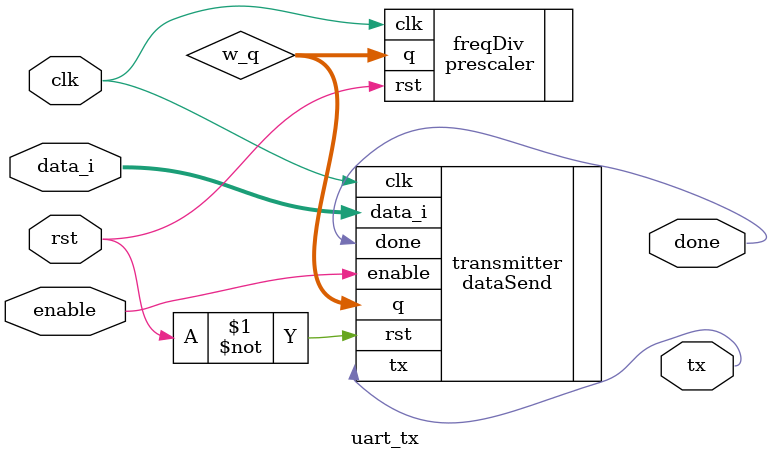
<source format=v>
module uart_tx
	#(
		parameter
			N_BITS = 8,
			M = 10417,
			N = 14
			//,uart_addr = 'h21
	)
	(
		input wire clk, rst, enable,
		//input wire [15:0] addr,
		input wire [7:0] data_i,
		output wire done, tx
	);

	wire [N-1:0] w_q;
	//wire en;

	prescaler #(.bitTime(M), .N(N)) freqDiv
						(.clk(clk), .rst(rst), .q(w_q));

	dataSend #(.BITS(N_BITS)) transmitter
					 (.clk(clk), .rst(~rst), .enable(enable), .q(w_q),
					 	.data_i(data_i), .done(done), .tx(tx));

	//assign en = ((addr == uart_addr) && enable);

endmodule
</source>
